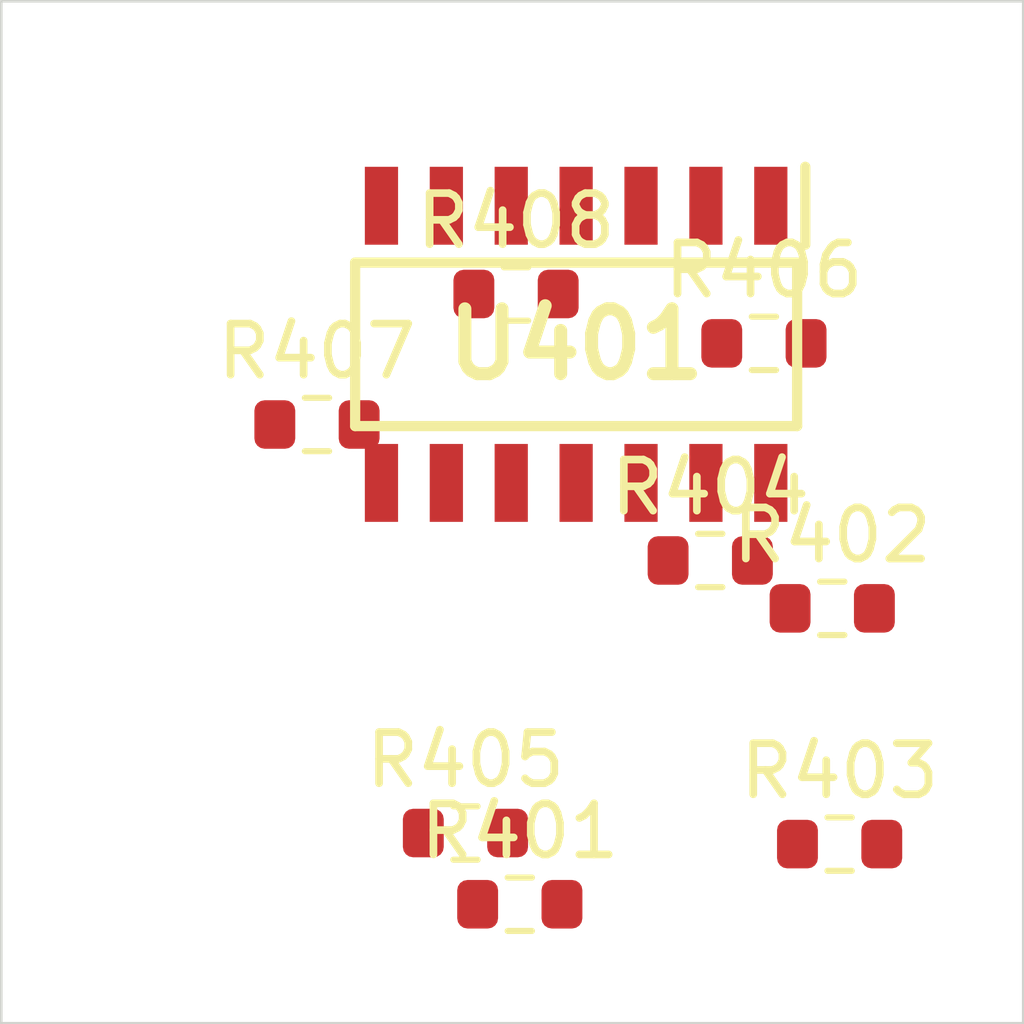
<source format=kicad_pcb>
 ( kicad_pcb  ( version 20171130 )
 ( host pcbnew 5.1.12-84ad8e8a86~92~ubuntu18.04.1 )
 ( general  ( thickness 1.6 )
 ( drawings 4 )
 ( tracks 0 )
 ( zones 0 )
 ( modules 9 )
 ( nets 14 )
)
 ( page A4 )
 ( layers  ( 0 F.Cu signal )
 ( 31 B.Cu signal )
 ( 32 B.Adhes user )
 ( 33 F.Adhes user )
 ( 34 B.Paste user )
 ( 35 F.Paste user )
 ( 36 B.SilkS user )
 ( 37 F.SilkS user )
 ( 38 B.Mask user )
 ( 39 F.Mask user )
 ( 40 Dwgs.User user )
 ( 41 Cmts.User user )
 ( 42 Eco1.User user )
 ( 43 Eco2.User user )
 ( 44 Edge.Cuts user )
 ( 45 Margin user )
 ( 46 B.CrtYd user )
 ( 47 F.CrtYd user )
 ( 48 B.Fab user )
 ( 49 F.Fab user )
)
 ( setup  ( last_trace_width 0.25 )
 ( trace_clearance 0.2 )
 ( zone_clearance 0.508 )
 ( zone_45_only no )
 ( trace_min 0.2 )
 ( via_size 0.8 )
 ( via_drill 0.4 )
 ( via_min_size 0.4 )
 ( via_min_drill 0.3 )
 ( uvia_size 0.3 )
 ( uvia_drill 0.1 )
 ( uvias_allowed no )
 ( uvia_min_size 0.2 )
 ( uvia_min_drill 0.1 )
 ( edge_width 0.05 )
 ( segment_width 0.2 )
 ( pcb_text_width 0.3 )
 ( pcb_text_size 1.5 1.5 )
 ( mod_edge_width 0.12 )
 ( mod_text_size 1 1 )
 ( mod_text_width 0.15 )
 ( pad_size 1.524 1.524 )
 ( pad_drill 0.762 )
 ( pad_to_mask_clearance 0 )
 ( aux_axis_origin 0 0 )
 ( visible_elements FFFFFF7F )
 ( pcbplotparams  ( layerselection 0x010fc_ffffffff )
 ( usegerberextensions false )
 ( usegerberattributes true )
 ( usegerberadvancedattributes true )
 ( creategerberjobfile true )
 ( excludeedgelayer true )
 ( linewidth 0.100000 )
 ( plotframeref false )
 ( viasonmask false )
 ( mode 1 )
 ( useauxorigin false )
 ( hpglpennumber 1 )
 ( hpglpenspeed 20 )
 ( hpglpendiameter 15.000000 )
 ( psnegative false )
 ( psa4output false )
 ( plotreference true )
 ( plotvalue true )
 ( plotinvisibletext false )
 ( padsonsilk false )
 ( subtractmaskfromsilk false )
 ( outputformat 1 )
 ( mirror false )
 ( drillshape 1 )
 ( scaleselection 1 )
 ( outputdirectory "" )
)
)
 ( net 0 "" )
 ( net 1 /Sheet6235D886/vp )
 ( net 2 /Sheet6248AD22/chn0 )
 ( net 3 /Sheet6248AD22/chn1 )
 ( net 4 /Sheet6248AD22/chn2 )
 ( net 5 /Sheet6248AD22/chn3 )
 ( net 6 "Net-(R401-Pad2)" )
 ( net 7 "Net-(R402-Pad2)" )
 ( net 8 "Net-(R403-Pad2)" )
 ( net 9 "Net-(R404-Pad2)" )
 ( net 10 /Sheet6248AD22/chn0_n )
 ( net 11 /Sheet6248AD22/chn1_n )
 ( net 12 /Sheet6248AD22/chn2_n )
 ( net 13 /Sheet6248AD22/chn3_n )
 ( net_class Default "This is the default net class."  ( clearance 0.2 )
 ( trace_width 0.25 )
 ( via_dia 0.8 )
 ( via_drill 0.4 )
 ( uvia_dia 0.3 )
 ( uvia_drill 0.1 )
 ( add_net /Sheet6235D886/vp )
 ( add_net /Sheet6248AD22/chn0 )
 ( add_net /Sheet6248AD22/chn0_n )
 ( add_net /Sheet6248AD22/chn1 )
 ( add_net /Sheet6248AD22/chn1_n )
 ( add_net /Sheet6248AD22/chn2 )
 ( add_net /Sheet6248AD22/chn2_n )
 ( add_net /Sheet6248AD22/chn3 )
 ( add_net /Sheet6248AD22/chn3_n )
 ( add_net "Net-(R401-Pad2)" )
 ( add_net "Net-(R402-Pad2)" )
 ( add_net "Net-(R403-Pad2)" )
 ( add_net "Net-(R404-Pad2)" )
)
 ( module Resistor_SMD:R_0603_1608Metric  ( layer F.Cu )
 ( tedit 5F68FEEE )
 ( tstamp 623425C8 )
 ( at 90.148000 117.672000 )
 ( descr "Resistor SMD 0603 (1608 Metric), square (rectangular) end terminal, IPC_7351 nominal, (Body size source: IPC-SM-782 page 72, https://www.pcb-3d.com/wordpress/wp-content/uploads/ipc-sm-782a_amendment_1_and_2.pdf), generated with kicad-footprint-generator" )
 ( tags resistor )
 ( path /6248AD23/6249ADFD )
 ( attr smd )
 ( fp_text reference R401  ( at 0 -1.43 )
 ( layer F.SilkS )
 ( effects  ( font  ( size 1 1 )
 ( thickness 0.15 )
)
)
)
 ( fp_text value 10M  ( at 0 1.43 )
 ( layer F.Fab )
 ( effects  ( font  ( size 1 1 )
 ( thickness 0.15 )
)
)
)
 ( fp_line  ( start -0.8 0.4125 )
 ( end -0.8 -0.4125 )
 ( layer F.Fab )
 ( width 0.1 )
)
 ( fp_line  ( start -0.8 -0.4125 )
 ( end 0.8 -0.4125 )
 ( layer F.Fab )
 ( width 0.1 )
)
 ( fp_line  ( start 0.8 -0.4125 )
 ( end 0.8 0.4125 )
 ( layer F.Fab )
 ( width 0.1 )
)
 ( fp_line  ( start 0.8 0.4125 )
 ( end -0.8 0.4125 )
 ( layer F.Fab )
 ( width 0.1 )
)
 ( fp_line  ( start -0.237258 -0.5225 )
 ( end 0.237258 -0.5225 )
 ( layer F.SilkS )
 ( width 0.12 )
)
 ( fp_line  ( start -0.237258 0.5225 )
 ( end 0.237258 0.5225 )
 ( layer F.SilkS )
 ( width 0.12 )
)
 ( fp_line  ( start -1.48 0.73 )
 ( end -1.48 -0.73 )
 ( layer F.CrtYd )
 ( width 0.05 )
)
 ( fp_line  ( start -1.48 -0.73 )
 ( end 1.48 -0.73 )
 ( layer F.CrtYd )
 ( width 0.05 )
)
 ( fp_line  ( start 1.48 -0.73 )
 ( end 1.48 0.73 )
 ( layer F.CrtYd )
 ( width 0.05 )
)
 ( fp_line  ( start 1.48 0.73 )
 ( end -1.48 0.73 )
 ( layer F.CrtYd )
 ( width 0.05 )
)
 ( fp_text user %R  ( at 0 0 )
 ( layer F.Fab )
 ( effects  ( font  ( size 0.4 0.4 )
 ( thickness 0.06 )
)
)
)
 ( pad 2 smd roundrect  ( at 0.825 0 )
 ( size 0.8 0.95 )
 ( layers F.Cu F.Mask F.Paste )
 ( roundrect_rratio 0.25 )
 ( net 6 "Net-(R401-Pad2)" )
)
 ( pad 1 smd roundrect  ( at -0.825 0 )
 ( size 0.8 0.95 )
 ( layers F.Cu F.Mask F.Paste )
 ( roundrect_rratio 0.25 )
 ( net 10 /Sheet6248AD22/chn0_n )
)
 ( model ${KISYS3DMOD}/Resistor_SMD.3dshapes/R_0603_1608Metric.wrl  ( at  ( xyz 0 0 0 )
)
 ( scale  ( xyz 1 1 1 )
)
 ( rotate  ( xyz 0 0 0 )
)
)
)
 ( module Resistor_SMD:R_0603_1608Metric  ( layer F.Cu )
 ( tedit 5F68FEEE )
 ( tstamp 623425D9 )
 ( at 96.262600 111.881000 )
 ( descr "Resistor SMD 0603 (1608 Metric), square (rectangular) end terminal, IPC_7351 nominal, (Body size source: IPC-SM-782 page 72, https://www.pcb-3d.com/wordpress/wp-content/uploads/ipc-sm-782a_amendment_1_and_2.pdf), generated with kicad-footprint-generator" )
 ( tags resistor )
 ( path /6248AD23/6249B75E )
 ( attr smd )
 ( fp_text reference R402  ( at 0 -1.43 )
 ( layer F.SilkS )
 ( effects  ( font  ( size 1 1 )
 ( thickness 0.15 )
)
)
)
 ( fp_text value 10M  ( at 0 1.43 )
 ( layer F.Fab )
 ( effects  ( font  ( size 1 1 )
 ( thickness 0.15 )
)
)
)
 ( fp_line  ( start 1.48 0.73 )
 ( end -1.48 0.73 )
 ( layer F.CrtYd )
 ( width 0.05 )
)
 ( fp_line  ( start 1.48 -0.73 )
 ( end 1.48 0.73 )
 ( layer F.CrtYd )
 ( width 0.05 )
)
 ( fp_line  ( start -1.48 -0.73 )
 ( end 1.48 -0.73 )
 ( layer F.CrtYd )
 ( width 0.05 )
)
 ( fp_line  ( start -1.48 0.73 )
 ( end -1.48 -0.73 )
 ( layer F.CrtYd )
 ( width 0.05 )
)
 ( fp_line  ( start -0.237258 0.5225 )
 ( end 0.237258 0.5225 )
 ( layer F.SilkS )
 ( width 0.12 )
)
 ( fp_line  ( start -0.237258 -0.5225 )
 ( end 0.237258 -0.5225 )
 ( layer F.SilkS )
 ( width 0.12 )
)
 ( fp_line  ( start 0.8 0.4125 )
 ( end -0.8 0.4125 )
 ( layer F.Fab )
 ( width 0.1 )
)
 ( fp_line  ( start 0.8 -0.4125 )
 ( end 0.8 0.4125 )
 ( layer F.Fab )
 ( width 0.1 )
)
 ( fp_line  ( start -0.8 -0.4125 )
 ( end 0.8 -0.4125 )
 ( layer F.Fab )
 ( width 0.1 )
)
 ( fp_line  ( start -0.8 0.4125 )
 ( end -0.8 -0.4125 )
 ( layer F.Fab )
 ( width 0.1 )
)
 ( fp_text user %R  ( at 0 0 )
 ( layer F.Fab )
 ( effects  ( font  ( size 0.4 0.4 )
 ( thickness 0.06 )
)
)
)
 ( pad 1 smd roundrect  ( at -0.825 0 )
 ( size 0.8 0.95 )
 ( layers F.Cu F.Mask F.Paste )
 ( roundrect_rratio 0.25 )
 ( net 11 /Sheet6248AD22/chn1_n )
)
 ( pad 2 smd roundrect  ( at 0.825 0 )
 ( size 0.8 0.95 )
 ( layers F.Cu F.Mask F.Paste )
 ( roundrect_rratio 0.25 )
 ( net 7 "Net-(R402-Pad2)" )
)
 ( model ${KISYS3DMOD}/Resistor_SMD.3dshapes/R_0603_1608Metric.wrl  ( at  ( xyz 0 0 0 )
)
 ( scale  ( xyz 1 1 1 )
)
 ( rotate  ( xyz 0 0 0 )
)
)
)
 ( module Resistor_SMD:R_0603_1608Metric  ( layer F.Cu )
 ( tedit 5F68FEEE )
 ( tstamp 623425EA )
 ( at 96.407200 116.495000 )
 ( descr "Resistor SMD 0603 (1608 Metric), square (rectangular) end terminal, IPC_7351 nominal, (Body size source: IPC-SM-782 page 72, https://www.pcb-3d.com/wordpress/wp-content/uploads/ipc-sm-782a_amendment_1_and_2.pdf), generated with kicad-footprint-generator" )
 ( tags resistor )
 ( path /6248AD23/6249FB7A )
 ( attr smd )
 ( fp_text reference R403  ( at 0 -1.43 )
 ( layer F.SilkS )
 ( effects  ( font  ( size 1 1 )
 ( thickness 0.15 )
)
)
)
 ( fp_text value 10M  ( at 0 1.43 )
 ( layer F.Fab )
 ( effects  ( font  ( size 1 1 )
 ( thickness 0.15 )
)
)
)
 ( fp_line  ( start 1.48 0.73 )
 ( end -1.48 0.73 )
 ( layer F.CrtYd )
 ( width 0.05 )
)
 ( fp_line  ( start 1.48 -0.73 )
 ( end 1.48 0.73 )
 ( layer F.CrtYd )
 ( width 0.05 )
)
 ( fp_line  ( start -1.48 -0.73 )
 ( end 1.48 -0.73 )
 ( layer F.CrtYd )
 ( width 0.05 )
)
 ( fp_line  ( start -1.48 0.73 )
 ( end -1.48 -0.73 )
 ( layer F.CrtYd )
 ( width 0.05 )
)
 ( fp_line  ( start -0.237258 0.5225 )
 ( end 0.237258 0.5225 )
 ( layer F.SilkS )
 ( width 0.12 )
)
 ( fp_line  ( start -0.237258 -0.5225 )
 ( end 0.237258 -0.5225 )
 ( layer F.SilkS )
 ( width 0.12 )
)
 ( fp_line  ( start 0.8 0.4125 )
 ( end -0.8 0.4125 )
 ( layer F.Fab )
 ( width 0.1 )
)
 ( fp_line  ( start 0.8 -0.4125 )
 ( end 0.8 0.4125 )
 ( layer F.Fab )
 ( width 0.1 )
)
 ( fp_line  ( start -0.8 -0.4125 )
 ( end 0.8 -0.4125 )
 ( layer F.Fab )
 ( width 0.1 )
)
 ( fp_line  ( start -0.8 0.4125 )
 ( end -0.8 -0.4125 )
 ( layer F.Fab )
 ( width 0.1 )
)
 ( fp_text user %R  ( at 0 0 )
 ( layer F.Fab )
 ( effects  ( font  ( size 0.4 0.4 )
 ( thickness 0.06 )
)
)
)
 ( pad 1 smd roundrect  ( at -0.825 0 )
 ( size 0.8 0.95 )
 ( layers F.Cu F.Mask F.Paste )
 ( roundrect_rratio 0.25 )
 ( net 12 /Sheet6248AD22/chn2_n )
)
 ( pad 2 smd roundrect  ( at 0.825 0 )
 ( size 0.8 0.95 )
 ( layers F.Cu F.Mask F.Paste )
 ( roundrect_rratio 0.25 )
 ( net 8 "Net-(R403-Pad2)" )
)
 ( model ${KISYS3DMOD}/Resistor_SMD.3dshapes/R_0603_1608Metric.wrl  ( at  ( xyz 0 0 0 )
)
 ( scale  ( xyz 1 1 1 )
)
 ( rotate  ( xyz 0 0 0 )
)
)
)
 ( module Resistor_SMD:R_0603_1608Metric  ( layer F.Cu )
 ( tedit 5F68FEEE )
 ( tstamp 623425FB )
 ( at 93.875200 110.944000 )
 ( descr "Resistor SMD 0603 (1608 Metric), square (rectangular) end terminal, IPC_7351 nominal, (Body size source: IPC-SM-782 page 72, https://www.pcb-3d.com/wordpress/wp-content/uploads/ipc-sm-782a_amendment_1_and_2.pdf), generated with kicad-footprint-generator" )
 ( tags resistor )
 ( path /6248AD23/6249FB74 )
 ( attr smd )
 ( fp_text reference R404  ( at 0 -1.43 )
 ( layer F.SilkS )
 ( effects  ( font  ( size 1 1 )
 ( thickness 0.15 )
)
)
)
 ( fp_text value 10M  ( at 0 1.43 )
 ( layer F.Fab )
 ( effects  ( font  ( size 1 1 )
 ( thickness 0.15 )
)
)
)
 ( fp_line  ( start -0.8 0.4125 )
 ( end -0.8 -0.4125 )
 ( layer F.Fab )
 ( width 0.1 )
)
 ( fp_line  ( start -0.8 -0.4125 )
 ( end 0.8 -0.4125 )
 ( layer F.Fab )
 ( width 0.1 )
)
 ( fp_line  ( start 0.8 -0.4125 )
 ( end 0.8 0.4125 )
 ( layer F.Fab )
 ( width 0.1 )
)
 ( fp_line  ( start 0.8 0.4125 )
 ( end -0.8 0.4125 )
 ( layer F.Fab )
 ( width 0.1 )
)
 ( fp_line  ( start -0.237258 -0.5225 )
 ( end 0.237258 -0.5225 )
 ( layer F.SilkS )
 ( width 0.12 )
)
 ( fp_line  ( start -0.237258 0.5225 )
 ( end 0.237258 0.5225 )
 ( layer F.SilkS )
 ( width 0.12 )
)
 ( fp_line  ( start -1.48 0.73 )
 ( end -1.48 -0.73 )
 ( layer F.CrtYd )
 ( width 0.05 )
)
 ( fp_line  ( start -1.48 -0.73 )
 ( end 1.48 -0.73 )
 ( layer F.CrtYd )
 ( width 0.05 )
)
 ( fp_line  ( start 1.48 -0.73 )
 ( end 1.48 0.73 )
 ( layer F.CrtYd )
 ( width 0.05 )
)
 ( fp_line  ( start 1.48 0.73 )
 ( end -1.48 0.73 )
 ( layer F.CrtYd )
 ( width 0.05 )
)
 ( fp_text user %R  ( at 0 0 )
 ( layer F.Fab )
 ( effects  ( font  ( size 0.4 0.4 )
 ( thickness 0.06 )
)
)
)
 ( pad 2 smd roundrect  ( at 0.825 0 )
 ( size 0.8 0.95 )
 ( layers F.Cu F.Mask F.Paste )
 ( roundrect_rratio 0.25 )
 ( net 9 "Net-(R404-Pad2)" )
)
 ( pad 1 smd roundrect  ( at -0.825 0 )
 ( size 0.8 0.95 )
 ( layers F.Cu F.Mask F.Paste )
 ( roundrect_rratio 0.25 )
 ( net 13 /Sheet6248AD22/chn3_n )
)
 ( model ${KISYS3DMOD}/Resistor_SMD.3dshapes/R_0603_1608Metric.wrl  ( at  ( xyz 0 0 0 )
)
 ( scale  ( xyz 1 1 1 )
)
 ( rotate  ( xyz 0 0 0 )
)
)
)
 ( module Resistor_SMD:R_0603_1608Metric  ( layer F.Cu )
 ( tedit 5F68FEEE )
 ( tstamp 6234260C )
 ( at 89.084600 116.278000 )
 ( descr "Resistor SMD 0603 (1608 Metric), square (rectangular) end terminal, IPC_7351 nominal, (Body size source: IPC-SM-782 page 72, https://www.pcb-3d.com/wordpress/wp-content/uploads/ipc-sm-782a_amendment_1_and_2.pdf), generated with kicad-footprint-generator" )
 ( tags resistor )
 ( path /6248AD23/62497F62 )
 ( attr smd )
 ( fp_text reference R405  ( at 0 -1.43 )
 ( layer F.SilkS )
 ( effects  ( font  ( size 1 1 )
 ( thickness 0.15 )
)
)
)
 ( fp_text value 750k  ( at 0 1.43 )
 ( layer F.Fab )
 ( effects  ( font  ( size 1 1 )
 ( thickness 0.15 )
)
)
)
 ( fp_line  ( start -0.8 0.4125 )
 ( end -0.8 -0.4125 )
 ( layer F.Fab )
 ( width 0.1 )
)
 ( fp_line  ( start -0.8 -0.4125 )
 ( end 0.8 -0.4125 )
 ( layer F.Fab )
 ( width 0.1 )
)
 ( fp_line  ( start 0.8 -0.4125 )
 ( end 0.8 0.4125 )
 ( layer F.Fab )
 ( width 0.1 )
)
 ( fp_line  ( start 0.8 0.4125 )
 ( end -0.8 0.4125 )
 ( layer F.Fab )
 ( width 0.1 )
)
 ( fp_line  ( start -0.237258 -0.5225 )
 ( end 0.237258 -0.5225 )
 ( layer F.SilkS )
 ( width 0.12 )
)
 ( fp_line  ( start -0.237258 0.5225 )
 ( end 0.237258 0.5225 )
 ( layer F.SilkS )
 ( width 0.12 )
)
 ( fp_line  ( start -1.48 0.73 )
 ( end -1.48 -0.73 )
 ( layer F.CrtYd )
 ( width 0.05 )
)
 ( fp_line  ( start -1.48 -0.73 )
 ( end 1.48 -0.73 )
 ( layer F.CrtYd )
 ( width 0.05 )
)
 ( fp_line  ( start 1.48 -0.73 )
 ( end 1.48 0.73 )
 ( layer F.CrtYd )
 ( width 0.05 )
)
 ( fp_line  ( start 1.48 0.73 )
 ( end -1.48 0.73 )
 ( layer F.CrtYd )
 ( width 0.05 )
)
 ( fp_text user %R  ( at 0 0 )
 ( layer F.Fab )
 ( effects  ( font  ( size 0.4 0.4 )
 ( thickness 0.06 )
)
)
)
 ( pad 2 smd roundrect  ( at 0.825 0 )
 ( size 0.8 0.95 )
 ( layers F.Cu F.Mask F.Paste )
 ( roundrect_rratio 0.25 )
 ( net 6 "Net-(R401-Pad2)" )
)
 ( pad 1 smd roundrect  ( at -0.825 0 )
 ( size 0.8 0.95 )
 ( layers F.Cu F.Mask F.Paste )
 ( roundrect_rratio 0.25 )
 ( net 1 /Sheet6235D886/vp )
)
 ( model ${KISYS3DMOD}/Resistor_SMD.3dshapes/R_0603_1608Metric.wrl  ( at  ( xyz 0 0 0 )
)
 ( scale  ( xyz 1 1 1 )
)
 ( rotate  ( xyz 0 0 0 )
)
)
)
 ( module Resistor_SMD:R_0603_1608Metric  ( layer F.Cu )
 ( tedit 5F68FEEE )
 ( tstamp 6234261D )
 ( at 94.925500 106.695000 )
 ( descr "Resistor SMD 0603 (1608 Metric), square (rectangular) end terminal, IPC_7351 nominal, (Body size source: IPC-SM-782 page 72, https://www.pcb-3d.com/wordpress/wp-content/uploads/ipc-sm-782a_amendment_1_and_2.pdf), generated with kicad-footprint-generator" )
 ( tags resistor )
 ( path /6248AD23/62499098 )
 ( attr smd )
 ( fp_text reference R406  ( at 0 -1.43 )
 ( layer F.SilkS )
 ( effects  ( font  ( size 1 1 )
 ( thickness 0.15 )
)
)
)
 ( fp_text value 750k  ( at 0 1.43 )
 ( layer F.Fab )
 ( effects  ( font  ( size 1 1 )
 ( thickness 0.15 )
)
)
)
 ( fp_line  ( start 1.48 0.73 )
 ( end -1.48 0.73 )
 ( layer F.CrtYd )
 ( width 0.05 )
)
 ( fp_line  ( start 1.48 -0.73 )
 ( end 1.48 0.73 )
 ( layer F.CrtYd )
 ( width 0.05 )
)
 ( fp_line  ( start -1.48 -0.73 )
 ( end 1.48 -0.73 )
 ( layer F.CrtYd )
 ( width 0.05 )
)
 ( fp_line  ( start -1.48 0.73 )
 ( end -1.48 -0.73 )
 ( layer F.CrtYd )
 ( width 0.05 )
)
 ( fp_line  ( start -0.237258 0.5225 )
 ( end 0.237258 0.5225 )
 ( layer F.SilkS )
 ( width 0.12 )
)
 ( fp_line  ( start -0.237258 -0.5225 )
 ( end 0.237258 -0.5225 )
 ( layer F.SilkS )
 ( width 0.12 )
)
 ( fp_line  ( start 0.8 0.4125 )
 ( end -0.8 0.4125 )
 ( layer F.Fab )
 ( width 0.1 )
)
 ( fp_line  ( start 0.8 -0.4125 )
 ( end 0.8 0.4125 )
 ( layer F.Fab )
 ( width 0.1 )
)
 ( fp_line  ( start -0.8 -0.4125 )
 ( end 0.8 -0.4125 )
 ( layer F.Fab )
 ( width 0.1 )
)
 ( fp_line  ( start -0.8 0.4125 )
 ( end -0.8 -0.4125 )
 ( layer F.Fab )
 ( width 0.1 )
)
 ( fp_text user %R  ( at 0 0 )
 ( layer F.Fab )
 ( effects  ( font  ( size 0.4 0.4 )
 ( thickness 0.06 )
)
)
)
 ( pad 1 smd roundrect  ( at -0.825 0 )
 ( size 0.8 0.95 )
 ( layers F.Cu F.Mask F.Paste )
 ( roundrect_rratio 0.25 )
 ( net 1 /Sheet6235D886/vp )
)
 ( pad 2 smd roundrect  ( at 0.825 0 )
 ( size 0.8 0.95 )
 ( layers F.Cu F.Mask F.Paste )
 ( roundrect_rratio 0.25 )
 ( net 7 "Net-(R402-Pad2)" )
)
 ( model ${KISYS3DMOD}/Resistor_SMD.3dshapes/R_0603_1608Metric.wrl  ( at  ( xyz 0 0 0 )
)
 ( scale  ( xyz 1 1 1 )
)
 ( rotate  ( xyz 0 0 0 )
)
)
)
 ( module Resistor_SMD:R_0603_1608Metric  ( layer F.Cu )
 ( tedit 5F68FEEE )
 ( tstamp 6234262E )
 ( at 86.178600 108.283000 )
 ( descr "Resistor SMD 0603 (1608 Metric), square (rectangular) end terminal, IPC_7351 nominal, (Body size source: IPC-SM-782 page 72, https://www.pcb-3d.com/wordpress/wp-content/uploads/ipc-sm-782a_amendment_1_and_2.pdf), generated with kicad-footprint-generator" )
 ( tags resistor )
 ( path /6248AD23/624A0FFB )
 ( attr smd )
 ( fp_text reference R407  ( at 0 -1.43 )
 ( layer F.SilkS )
 ( effects  ( font  ( size 1 1 )
 ( thickness 0.15 )
)
)
)
 ( fp_text value 1.5M  ( at 0 1.43 )
 ( layer F.Fab )
 ( effects  ( font  ( size 1 1 )
 ( thickness 0.15 )
)
)
)
 ( fp_line  ( start 1.48 0.73 )
 ( end -1.48 0.73 )
 ( layer F.CrtYd )
 ( width 0.05 )
)
 ( fp_line  ( start 1.48 -0.73 )
 ( end 1.48 0.73 )
 ( layer F.CrtYd )
 ( width 0.05 )
)
 ( fp_line  ( start -1.48 -0.73 )
 ( end 1.48 -0.73 )
 ( layer F.CrtYd )
 ( width 0.05 )
)
 ( fp_line  ( start -1.48 0.73 )
 ( end -1.48 -0.73 )
 ( layer F.CrtYd )
 ( width 0.05 )
)
 ( fp_line  ( start -0.237258 0.5225 )
 ( end 0.237258 0.5225 )
 ( layer F.SilkS )
 ( width 0.12 )
)
 ( fp_line  ( start -0.237258 -0.5225 )
 ( end 0.237258 -0.5225 )
 ( layer F.SilkS )
 ( width 0.12 )
)
 ( fp_line  ( start 0.8 0.4125 )
 ( end -0.8 0.4125 )
 ( layer F.Fab )
 ( width 0.1 )
)
 ( fp_line  ( start 0.8 -0.4125 )
 ( end 0.8 0.4125 )
 ( layer F.Fab )
 ( width 0.1 )
)
 ( fp_line  ( start -0.8 -0.4125 )
 ( end 0.8 -0.4125 )
 ( layer F.Fab )
 ( width 0.1 )
)
 ( fp_line  ( start -0.8 0.4125 )
 ( end -0.8 -0.4125 )
 ( layer F.Fab )
 ( width 0.1 )
)
 ( fp_text user %R  ( at 0 0 )
 ( layer F.Fab )
 ( effects  ( font  ( size 0.4 0.4 )
 ( thickness 0.06 )
)
)
)
 ( pad 1 smd roundrect  ( at -0.825 0 )
 ( size 0.8 0.95 )
 ( layers F.Cu F.Mask F.Paste )
 ( roundrect_rratio 0.25 )
 ( net 1 /Sheet6235D886/vp )
)
 ( pad 2 smd roundrect  ( at 0.825 0 )
 ( size 0.8 0.95 )
 ( layers F.Cu F.Mask F.Paste )
 ( roundrect_rratio 0.25 )
 ( net 8 "Net-(R403-Pad2)" )
)
 ( model ${KISYS3DMOD}/Resistor_SMD.3dshapes/R_0603_1608Metric.wrl  ( at  ( xyz 0 0 0 )
)
 ( scale  ( xyz 1 1 1 )
)
 ( rotate  ( xyz 0 0 0 )
)
)
)
 ( module Resistor_SMD:R_0603_1608Metric  ( layer F.Cu )
 ( tedit 5F68FEEE )
 ( tstamp 6234263F )
 ( at 90.074100 105.729000 )
 ( descr "Resistor SMD 0603 (1608 Metric), square (rectangular) end terminal, IPC_7351 nominal, (Body size source: IPC-SM-782 page 72, https://www.pcb-3d.com/wordpress/wp-content/uploads/ipc-sm-782a_amendment_1_and_2.pdf), generated with kicad-footprint-generator" )
 ( tags resistor )
 ( path /6248AD23/624A093C )
 ( attr smd )
 ( fp_text reference R408  ( at 0 -1.43 )
 ( layer F.SilkS )
 ( effects  ( font  ( size 1 1 )
 ( thickness 0.15 )
)
)
)
 ( fp_text value 1.5M  ( at 0 1.43 )
 ( layer F.Fab )
 ( effects  ( font  ( size 1 1 )
 ( thickness 0.15 )
)
)
)
 ( fp_line  ( start -0.8 0.4125 )
 ( end -0.8 -0.4125 )
 ( layer F.Fab )
 ( width 0.1 )
)
 ( fp_line  ( start -0.8 -0.4125 )
 ( end 0.8 -0.4125 )
 ( layer F.Fab )
 ( width 0.1 )
)
 ( fp_line  ( start 0.8 -0.4125 )
 ( end 0.8 0.4125 )
 ( layer F.Fab )
 ( width 0.1 )
)
 ( fp_line  ( start 0.8 0.4125 )
 ( end -0.8 0.4125 )
 ( layer F.Fab )
 ( width 0.1 )
)
 ( fp_line  ( start -0.237258 -0.5225 )
 ( end 0.237258 -0.5225 )
 ( layer F.SilkS )
 ( width 0.12 )
)
 ( fp_line  ( start -0.237258 0.5225 )
 ( end 0.237258 0.5225 )
 ( layer F.SilkS )
 ( width 0.12 )
)
 ( fp_line  ( start -1.48 0.73 )
 ( end -1.48 -0.73 )
 ( layer F.CrtYd )
 ( width 0.05 )
)
 ( fp_line  ( start -1.48 -0.73 )
 ( end 1.48 -0.73 )
 ( layer F.CrtYd )
 ( width 0.05 )
)
 ( fp_line  ( start 1.48 -0.73 )
 ( end 1.48 0.73 )
 ( layer F.CrtYd )
 ( width 0.05 )
)
 ( fp_line  ( start 1.48 0.73 )
 ( end -1.48 0.73 )
 ( layer F.CrtYd )
 ( width 0.05 )
)
 ( fp_text user %R  ( at 0 0 )
 ( layer F.Fab )
 ( effects  ( font  ( size 0.4 0.4 )
 ( thickness 0.06 )
)
)
)
 ( pad 2 smd roundrect  ( at 0.825 0 )
 ( size 0.8 0.95 )
 ( layers F.Cu F.Mask F.Paste )
 ( roundrect_rratio 0.25 )
 ( net 9 "Net-(R404-Pad2)" )
)
 ( pad 1 smd roundrect  ( at -0.825 0 )
 ( size 0.8 0.95 )
 ( layers F.Cu F.Mask F.Paste )
 ( roundrect_rratio 0.25 )
 ( net 1 /Sheet6235D886/vp )
)
 ( model ${KISYS3DMOD}/Resistor_SMD.3dshapes/R_0603_1608Metric.wrl  ( at  ( xyz 0 0 0 )
)
 ( scale  ( xyz 1 1 1 )
)
 ( rotate  ( xyz 0 0 0 )
)
)
)
 ( module TL074HIDR:SOIC127P600X175-14N locked  ( layer F.Cu )
 ( tedit 62336F37 )
 ( tstamp 62342709 )
 ( at 91.250400 106.714000 270.000000 )
 ( descr "D (-R-PDSO-G14)" )
 ( tags "Integrated Circuit" )
 ( path /6248AD23/624976B2 )
 ( attr smd )
 ( fp_text reference U401  ( at 0 0 )
 ( layer F.SilkS )
 ( effects  ( font  ( size 1.27 1.27 )
 ( thickness 0.254 )
)
)
)
 ( fp_text value TL074  ( at 0 0 )
 ( layer F.SilkS )
hide  ( effects  ( font  ( size 1.27 1.27 )
 ( thickness 0.254 )
)
)
)
 ( fp_line  ( start -3.725 -4.625 )
 ( end 3.725 -4.625 )
 ( layer Dwgs.User )
 ( width 0.05 )
)
 ( fp_line  ( start 3.725 -4.625 )
 ( end 3.725 4.625 )
 ( layer Dwgs.User )
 ( width 0.05 )
)
 ( fp_line  ( start 3.725 4.625 )
 ( end -3.725 4.625 )
 ( layer Dwgs.User )
 ( width 0.05 )
)
 ( fp_line  ( start -3.725 4.625 )
 ( end -3.725 -4.625 )
 ( layer Dwgs.User )
 ( width 0.05 )
)
 ( fp_line  ( start -1.95 -4.325 )
 ( end 1.95 -4.325 )
 ( layer Dwgs.User )
 ( width 0.1 )
)
 ( fp_line  ( start 1.95 -4.325 )
 ( end 1.95 4.325 )
 ( layer Dwgs.User )
 ( width 0.1 )
)
 ( fp_line  ( start 1.95 4.325 )
 ( end -1.95 4.325 )
 ( layer Dwgs.User )
 ( width 0.1 )
)
 ( fp_line  ( start -1.95 4.325 )
 ( end -1.95 -4.325 )
 ( layer Dwgs.User )
 ( width 0.1 )
)
 ( fp_line  ( start -1.95 -3.055 )
 ( end -0.68 -4.325 )
 ( layer Dwgs.User )
 ( width 0.1 )
)
 ( fp_line  ( start -1.6 -4.325 )
 ( end 1.6 -4.325 )
 ( layer F.SilkS )
 ( width 0.2 )
)
 ( fp_line  ( start 1.6 -4.325 )
 ( end 1.6 4.325 )
 ( layer F.SilkS )
 ( width 0.2 )
)
 ( fp_line  ( start 1.6 4.325 )
 ( end -1.6 4.325 )
 ( layer F.SilkS )
 ( width 0.2 )
)
 ( fp_line  ( start -1.6 4.325 )
 ( end -1.6 -4.325 )
 ( layer F.SilkS )
 ( width 0.2 )
)
 ( fp_line  ( start -3.475 -4.485 )
 ( end -1.95 -4.485 )
 ( layer F.SilkS )
 ( width 0.2 )
)
 ( pad 1 smd rect  ( at -2.712 -3.81 )
 ( size 0.65 1.525 )
 ( layers F.Cu F.Mask F.Paste )
 ( net 2 /Sheet6248AD22/chn0 )
)
 ( pad 2 smd rect  ( at -2.712 -2.54 )
 ( size 0.65 1.525 )
 ( layers F.Cu F.Mask F.Paste )
 ( net 2 /Sheet6248AD22/chn0 )
)
 ( pad 3 smd rect  ( at -2.712 -1.27 )
 ( size 0.65 1.525 )
 ( layers F.Cu F.Mask F.Paste )
 ( net 6 "Net-(R401-Pad2)" )
)
 ( pad 4 smd rect  ( at -2.712 0 )
 ( size 0.65 1.525 )
 ( layers F.Cu F.Mask F.Paste )
)
 ( pad 5 smd rect  ( at -2.712 1.27 )
 ( size 0.65 1.525 )
 ( layers F.Cu F.Mask F.Paste )
 ( net 7 "Net-(R402-Pad2)" )
)
 ( pad 6 smd rect  ( at -2.712 2.54 )
 ( size 0.65 1.525 )
 ( layers F.Cu F.Mask F.Paste )
 ( net 3 /Sheet6248AD22/chn1 )
)
 ( pad 7 smd rect  ( at -2.712 3.81 )
 ( size 0.65 1.525 )
 ( layers F.Cu F.Mask F.Paste )
 ( net 3 /Sheet6248AD22/chn1 )
)
 ( pad 8 smd rect  ( at 2.712 3.81 )
 ( size 0.65 1.525 )
 ( layers F.Cu F.Mask F.Paste )
 ( net 4 /Sheet6248AD22/chn2 )
)
 ( pad 9 smd rect  ( at 2.712 2.54 )
 ( size 0.65 1.525 )
 ( layers F.Cu F.Mask F.Paste )
 ( net 4 /Sheet6248AD22/chn2 )
)
 ( pad 10 smd rect  ( at 2.712 1.27 )
 ( size 0.65 1.525 )
 ( layers F.Cu F.Mask F.Paste )
 ( net 8 "Net-(R403-Pad2)" )
)
 ( pad 11 smd rect  ( at 2.712 0 )
 ( size 0.65 1.525 )
 ( layers F.Cu F.Mask F.Paste )
)
 ( pad 12 smd rect  ( at 2.712 -1.27 )
 ( size 0.65 1.525 )
 ( layers F.Cu F.Mask F.Paste )
 ( net 9 "Net-(R404-Pad2)" )
)
 ( pad 13 smd rect  ( at 2.712 -2.54 )
 ( size 0.65 1.525 )
 ( layers F.Cu F.Mask F.Paste )
 ( net 5 /Sheet6248AD22/chn3 )
)
 ( pad 14 smd rect  ( at 2.712 -3.81 )
 ( size 0.65 1.525 )
 ( layers F.Cu F.Mask F.Paste )
 ( net 5 /Sheet6248AD22/chn3 )
)
)
 ( gr_line  ( start 100 100 )
 ( end 100 120 )
 ( layer Edge.Cuts )
 ( width 0.05 )
 ( tstamp 62E76D2A )
)
 ( gr_line  ( start 80 120 )
 ( end 100 120 )
 ( layer Edge.Cuts )
 ( width 0.05 )
 ( tstamp 62E76D27 )
)
 ( gr_line  ( start 80 100 )
 ( end 80 120 )
 ( layer Edge.Cuts )
 ( width 0.05 )
 ( tstamp 6234110C )
)
 ( gr_line  ( start 80 100 )
 ( end 100 100 )
 ( layer Edge.Cuts )
 ( width 0.05 )
)
)

</source>
